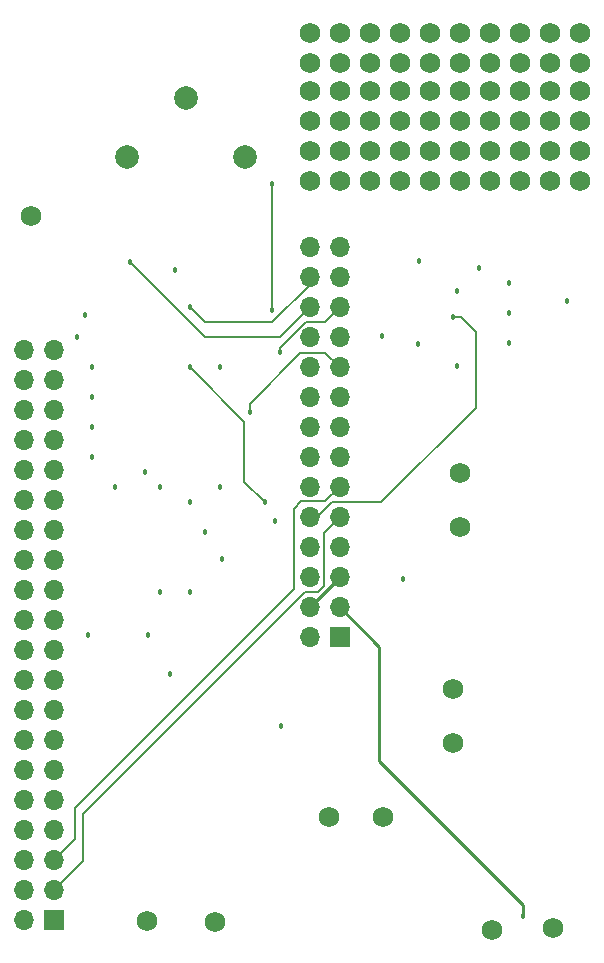
<source format=gbl>
G04 #@! TF.GenerationSoftware,KiCad,Pcbnew,(6.0.11)*
G04 #@! TF.CreationDate,2025-01-10T09:31:50+11:00*
G04 #@! TF.ProjectId,bbb,6262622e-6b69-4636-9164-5f7063625858,rev?*
G04 #@! TF.SameCoordinates,Original*
G04 #@! TF.FileFunction,Copper,L4,Bot*
G04 #@! TF.FilePolarity,Positive*
%FSLAX46Y46*%
G04 Gerber Fmt 4.6, Leading zero omitted, Abs format (unit mm)*
G04 Created by KiCad (PCBNEW (6.0.11)) date 2025-01-10 09:31:50*
%MOMM*%
%LPD*%
G01*
G04 APERTURE LIST*
G04 #@! TA.AperFunction,ComponentPad*
%ADD10C,1.727200*%
G04 #@! TD*
G04 #@! TA.AperFunction,ComponentPad*
%ADD11C,2.006600*%
G04 #@! TD*
G04 #@! TA.AperFunction,ComponentPad*
%ADD12O,1.700000X1.700000*%
G04 #@! TD*
G04 #@! TA.AperFunction,ComponentPad*
%ADD13R,1.700000X1.700000*%
G04 #@! TD*
G04 #@! TA.AperFunction,ViaPad*
%ADD14C,1.727200*%
G04 #@! TD*
G04 #@! TA.AperFunction,ViaPad*
%ADD15C,0.457200*%
G04 #@! TD*
G04 #@! TA.AperFunction,Conductor*
%ADD16C,0.127000*%
G04 #@! TD*
G04 #@! TA.AperFunction,Conductor*
%ADD17C,0.254000*%
G04 #@! TD*
G04 #@! TA.AperFunction,Conductor*
%ADD18C,0.152400*%
G04 #@! TD*
G04 APERTURE END LIST*
D10*
X140741400Y-126250700D03*
X145313400Y-126250700D03*
X151841200Y-101714300D03*
X151841200Y-97142300D03*
X151231600Y-120002300D03*
X151231600Y-115430300D03*
D11*
X128629400Y-65415800D03*
X133629400Y-70415800D03*
X123629400Y-70415800D03*
D12*
X114947700Y-86690200D03*
X117487700Y-86690200D03*
X114947700Y-89230200D03*
X117487700Y-89230200D03*
X114947700Y-91770200D03*
X117487700Y-91770200D03*
X114947700Y-94310200D03*
X117487700Y-94310200D03*
X114947700Y-96850200D03*
X117487700Y-96850200D03*
X114947700Y-99390200D03*
X117487700Y-99390200D03*
X114947700Y-101930200D03*
X117487700Y-101930200D03*
X114947700Y-104470200D03*
X117487700Y-104470200D03*
X114947700Y-107010200D03*
X117487700Y-107010200D03*
X114947700Y-109550200D03*
X117487700Y-109550200D03*
X114947700Y-112090200D03*
X117487700Y-112090200D03*
X114947700Y-114630200D03*
X117487700Y-114630200D03*
X114947700Y-117170200D03*
X117487700Y-117170200D03*
X114947700Y-119710200D03*
X117487700Y-119710200D03*
X114947700Y-122250200D03*
X117487700Y-122250200D03*
X114947700Y-124790200D03*
X117487700Y-124790200D03*
X114947700Y-127330200D03*
X117487700Y-127330200D03*
X114947700Y-129870200D03*
X117487700Y-129870200D03*
X114947700Y-132410200D03*
X117487700Y-132410200D03*
X114947700Y-134950200D03*
D13*
X117487700Y-134950200D03*
X141630400Y-111048800D03*
D12*
X139090400Y-111048800D03*
X141630400Y-108508800D03*
X139090400Y-108508800D03*
X141630400Y-105968800D03*
X139090400Y-105968800D03*
X141630400Y-103428800D03*
X139090400Y-103428800D03*
X141630400Y-100888800D03*
X139090400Y-100888800D03*
X141630400Y-98348800D03*
X139090400Y-98348800D03*
X141630400Y-95808800D03*
X139090400Y-95808800D03*
X141630400Y-93268800D03*
X139090400Y-93268800D03*
X141630400Y-90728800D03*
X139090400Y-90728800D03*
X141630400Y-88188800D03*
X139090400Y-88188800D03*
X141630400Y-85648800D03*
X139090400Y-85648800D03*
X141630400Y-83108800D03*
X139090400Y-83108800D03*
X141630400Y-80568800D03*
X139090400Y-80568800D03*
X141630400Y-78028800D03*
X139090400Y-78028800D03*
D14*
X151790400Y-72440800D03*
X154330400Y-72440800D03*
X141630400Y-72440800D03*
X154330400Y-64820800D03*
X149250400Y-67360800D03*
X151790400Y-69900800D03*
X144170400Y-72440800D03*
X151790400Y-64820800D03*
X159410400Y-64820800D03*
X154330400Y-69900800D03*
X156870400Y-67360800D03*
X154330400Y-67360800D03*
X144170400Y-64820800D03*
X159410400Y-72440800D03*
X146710400Y-64820800D03*
X144170400Y-69900800D03*
X149250400Y-69900800D03*
X156870400Y-69900800D03*
X156870400Y-72440800D03*
X144170400Y-67360800D03*
X159410400Y-67360800D03*
X159410400Y-69900800D03*
X161950400Y-69900800D03*
X151790400Y-67360800D03*
X141630400Y-64820800D03*
X141630400Y-67360800D03*
X161950400Y-64820800D03*
X161950400Y-67360800D03*
X139090400Y-69900800D03*
X139090400Y-64820800D03*
X146710400Y-72440800D03*
X146710400Y-69900800D03*
X146710400Y-67360800D03*
X156870400Y-64820800D03*
X139090400Y-72440800D03*
X139090400Y-67360800D03*
X141630400Y-69900800D03*
X149250400Y-64820800D03*
X149250400Y-59867800D03*
X159410400Y-59867800D03*
X139090400Y-59867800D03*
X144170400Y-62407800D03*
X149250400Y-62407800D03*
X156870400Y-62407800D03*
X141630400Y-62407800D03*
X151790400Y-59867800D03*
X161950400Y-62407800D03*
X141630400Y-59867800D03*
X146710400Y-59867800D03*
X161950400Y-59867800D03*
X156870400Y-59867800D03*
X139090400Y-62407800D03*
X159410400Y-62407800D03*
X154330400Y-62407800D03*
X151790400Y-62407800D03*
X146710400Y-62407800D03*
X144170400Y-59867800D03*
X154330400Y-59867800D03*
X149250400Y-72440800D03*
X125285500Y-135051800D03*
D15*
X128930400Y-107238800D03*
X125450600Y-110845600D03*
X136192900Y-101246300D03*
X126390400Y-98348800D03*
X120040400Y-83743800D03*
X156006800Y-86144100D03*
X156006800Y-83604100D03*
X156006800Y-81064100D03*
X151561800Y-88049100D03*
X145211800Y-85509100D03*
X160845500Y-82562700D03*
D14*
X131114800Y-135128000D03*
D15*
X126390400Y-107238800D03*
X131709709Y-104459491D03*
X130200400Y-102158800D03*
X128930400Y-99618800D03*
X131470400Y-98348800D03*
X131470400Y-88188800D03*
X125120400Y-97078800D03*
X122580400Y-98348800D03*
X120370600Y-110845600D03*
X119405400Y-85648800D03*
X120675400Y-88188800D03*
X120675400Y-90728800D03*
X120675400Y-93268800D03*
X120675400Y-95808800D03*
X127660400Y-79933800D03*
X153466800Y-79794100D03*
X151561800Y-81699100D03*
X148386800Y-79159100D03*
X148272490Y-86258410D03*
X127241300Y-114185700D03*
X146964400Y-106083100D03*
X136690100Y-118605300D03*
D14*
X115481100Y-75349100D03*
X154520900Y-135826500D03*
X159664400Y-135648700D03*
D15*
X123850400Y-79298800D03*
X135915400Y-83362800D03*
X135915400Y-72694800D03*
X128930400Y-88188800D03*
X135280400Y-99618800D03*
X151231600Y-83947000D03*
X134010400Y-91998800D03*
X136550400Y-86918800D03*
X128930400Y-83108800D03*
D14*
X161950400Y-72440800D03*
D15*
X157187900Y-134645400D03*
D16*
X137745100Y-106947598D02*
X137745100Y-100182400D01*
X119195100Y-128162800D02*
X119195100Y-125497598D01*
X137745100Y-100182400D02*
X138370100Y-99557400D01*
X138370100Y-99557400D02*
X140421800Y-99557400D01*
X117487700Y-129870200D02*
X119195100Y-128162800D01*
X119195100Y-125497598D02*
X137745100Y-106947598D01*
X140421800Y-99557400D02*
X141630400Y-98348800D01*
X138703100Y-107232400D02*
X119900700Y-126034800D01*
X119900700Y-129997200D02*
X117487700Y-132410200D01*
X139814550Y-107232400D02*
X138703100Y-107232400D01*
X119900700Y-126034800D02*
X119900700Y-129997200D01*
X140320100Y-106726850D02*
X139814550Y-107232400D01*
X140320100Y-102199100D02*
X140320100Y-106726850D01*
X141630400Y-100888800D02*
X140320100Y-102199100D01*
X138320100Y-86982400D02*
X134010400Y-91292100D01*
X140424000Y-86982400D02*
X138320100Y-86982400D01*
X141630400Y-88188800D02*
X140424000Y-86982400D01*
X134010400Y-91292100D02*
X134010400Y-91998800D01*
X130200400Y-84378800D02*
X135898700Y-84378800D01*
X128930400Y-83108800D02*
X130200400Y-84378800D01*
X135898700Y-84378800D02*
X139090400Y-81187100D01*
X139090400Y-81187100D02*
X139090400Y-80568800D01*
X140356800Y-84382400D02*
X141630400Y-83108800D01*
X138763511Y-84382400D02*
X140356800Y-84382400D01*
X136550400Y-86918800D02*
X136550400Y-86595511D01*
X136550400Y-86595511D02*
X138763511Y-84382400D01*
D17*
X139090400Y-108508800D02*
X141630400Y-105968800D01*
D18*
X153145100Y-85207400D02*
X151884700Y-83947000D01*
X153145100Y-91647400D02*
X153145100Y-85207400D01*
X140978629Y-99632400D02*
X145160100Y-99632400D01*
X139722229Y-100888800D02*
X140978629Y-99632400D01*
X151884700Y-83947000D02*
X151231600Y-83947000D01*
X139090400Y-100888800D02*
X139722229Y-100888800D01*
X145160100Y-99632400D02*
X153145100Y-91647400D01*
D16*
X130200400Y-85648800D02*
X123850400Y-79298800D01*
X136550400Y-85648800D02*
X130200400Y-85648800D01*
X139090400Y-83108800D02*
X136550400Y-85648800D01*
X135915400Y-83362800D02*
X135915400Y-72694800D01*
X133565899Y-92824299D02*
X128930400Y-88188800D01*
X133565899Y-97904299D02*
X133565899Y-92824299D01*
X135280400Y-99618800D02*
X133565899Y-97904299D01*
D17*
X141630400Y-108508800D02*
X144995900Y-111874300D01*
X144995900Y-111874300D02*
X144995900Y-121488200D01*
X157187900Y-133680200D02*
X144995900Y-121488200D01*
X157187900Y-134645400D02*
X157187900Y-133680200D01*
M02*

</source>
